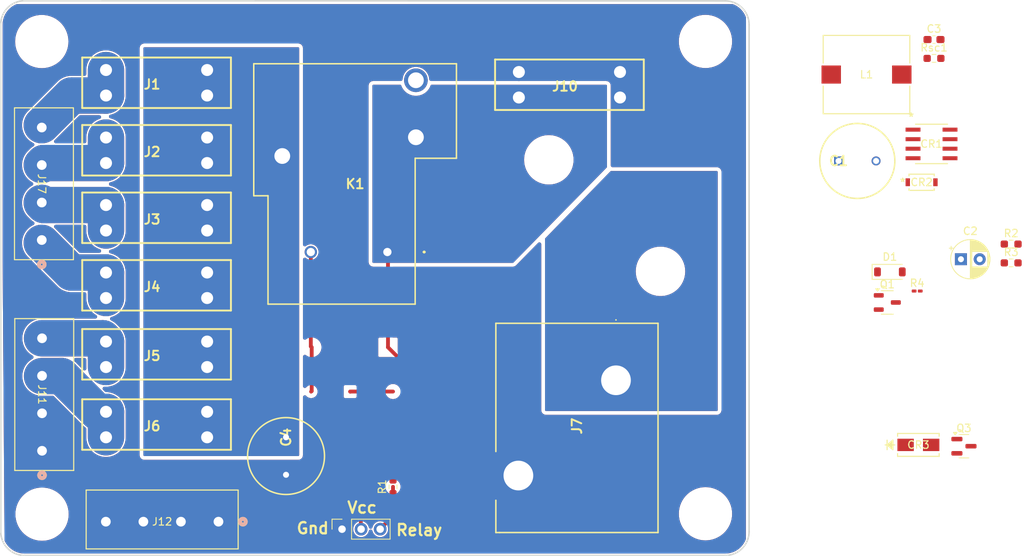
<source format=kicad_pcb>
(kicad_pcb (version 20241229) (generator "pcbnew") (generator_version "9.0")
  (layers (0 "F.Cu" signal) (2 "B.Cu" signal) (13 "F.Paste" user) (15 "B.Paste" user) (5 "F.SilkS" user "F.Silkscreen") (7 "B.SilkS" user "B.Silkscreen") (1 "F.Mask" user) (3 "B.Mask" user) (25 "Edge.Cuts" user))
  (net 0 "")
  (net 1 "Net-(J1-Pad1)")
  (net 2 "Net-(J17-Pad3)")
  (net 3 "Net-(J17-Pad2)")
  (net 4 "Net-(J17-Pad1)")
  (net 5 "Net-(J11-Pad4)")
  (net 6 "Net-(J11-Pad3)")
  (net 7 "GND")
  (net 9 "/50F")
  (net 10 "/50U")
  (net 11 "/50R")
  (net 12 "Net-(CR1-TC)")
  (net 13 "Net-(CR1-DRC)")
  (net 14 "Net-(CR1-SWE)")
  (net 16 "Net-(CR1-CII)")
  (net 17 "/5V")
  (net 18 "Net-(J9-Pin_3)")
  (net 19 "Net-(D1-A)")
  (net 20 "/5VReg/Vin")
  (net 21 "Net-(K1-COIL_2)")
  (net 22 "Net-(Q3-B)")
  (footprint "LEDController:3557-2" (layer "F.Cu") (at 66 116.865)
    (property "Reference" "J6" (at -0.597 0.218 0) (layer "F.SilkS") (effects (font (size 1.27 1.27) (thickness 0.254))))
    (property "Value" "3557-2" (hide yes))
    (pad "1" thru_hole circle (at -6.735 -1.7) (size 2.4 2.4) (drill 1.6) (layers "*.Cu" "*.Mask") (net 6 "Net-(J11-Pad3)"))
    (pad "2" thru_hole circle (at 6.735 -1.7) (size 2.4 2.4) (drill 1.6) (layers "*.Cu" "*.Mask") (net 11 "/50R"))
    (pad "3" thru_hole circle (at -6.735 1.7) (size 2.4 2.4) (drill 1.6) (layers "*.Cu" "*.Mask") (net 6 "Net-(J11-Pad3)"))
    (pad "4" thru_hole circle (at 6.735 1.7) (size 2.4 2.4) (drill 1.6) (layers "*.Cu" "*.Mask") (net 11 "/50R"))
  )
  (footprint "LEDController:CONN4_TB002-500_787x299_CUD" (layer "F.Cu") (at 74.245 129.815)
    (property "Reference" "J12" (at -7.5 0 0) (layer "F.SilkS"))
    (property "Value" "TB002-500-04BE")
    (pad "1" thru_hole circle (at 0 0) (size 1.8034 1.8034) (drill 1.2954) (layers "*.Cu" "*.Mask") (net 7 "GND"))
    (pad "2" thru_hole circle (at -5 0) (size 1.8034 1.8034) (drill 1.2954) (layers "*.Cu" "*.Mask") (net 7 "GND"))
    (pad "3" thru_hole circle (at -10 0) (size 1.8034 1.8034) (drill 1.2954) (layers "*.Cu" "*.Mask") (net 7 "GND"))
    (pad "4" thru_hole circle (at -15.000001 0) (size 1.8034 1.8034) (drill 1.2954) (layers "*.Cu" "*.Mask") (net 7 "GND"))
  )
  (footprint "Connector_PinSocket_2.54mm:PinSocket_1x03_P2.54mm_Vertical" (layer "F.Cu") (at 90.705 130.815 90)
    (property "Reference" "J9" (hide yes))
    (property "Value" "Conn_01x03_Pin" (hide yes))
    (pad "1" thru_hole rect (at 0 0 90) (size 1.7 1.7) (drill 1) (layers "*.Cu" "*.Mask") (net 17 "/5V"))
    (pad "2" thru_hole oval (at 0 2.54 90) (size 1.7 1.7) (drill 1) (layers "*.Cu" "*.Mask") (net 7 "GND"))
    (pad "3" thru_hole oval (at 0 5.08 90) (size 1.7 1.7) (drill 1) (layers "*.Cu" "*.Mask") (net 18 "Net-(J9-Pin_3)"))
  )
  (footprint "LEDController:0389690002" (layer "F.Cu") (at 127.195 110.965 -90)
    (property "Reference" "J7" (at 6.1 5.2 270) (layer "F.SilkS") (effects (font (size 1.27 1.27) (thickness 0.254))))
    (property "Value" "0389690002" (hide yes))
    (pad "1" thru_hole rect (at 0 0 270) (size 5.94 5.94) (drill 3.96) (layers "*.Cu" "*.Mask") (net 10 "/50U"))
    (pad "2" thru_hole circle (at 12.7 13 270) (size 5.94 5.94) (drill 3.96) (layers "*.Cu" "*.Mask") (net 7 "GND"))
  )
  (footprint "LEDController:3557-2" (layer "F.Cu") (at 66 80.3)
    (property "Reference" "J2" (at -0.597 0.218 0) (layer "F.SilkS") (effects (font (size 1.27 1.27) (thickness 0.254))))
    (property "Value" "3557-2" (hide yes))
    (pad "1" thru_hole circle (at -6.735 -1.7) (size 2.4 2.4) (drill 1.6) (layers "*.Cu" "*.Mask") (net 2 "Net-(J17-Pad3)"))
    (pad "2" thru_hole circle (at 6.735 -1.7) (size 2.4 2.4) (drill 1.6) (layers "*.Cu" "*.Mask") (net 11 "/50R"))
    (pad "3" thru_hole circle (at -6.735 1.7) (size 2.4 2.4) (drill 1.6) (layers "*.Cu" "*.Mask") (net 2 "Net-(J17-Pad3)"))
    (pad "4" thru_hole circle (at 6.735 1.7) (size 2.4 2.4) (drill 1.6) (layers "*.Cu" "*.Mask") (net 11 "/50R"))
  )
  (footprint "LEDController:CAPPRD500W60D1025H2200" (layer "F.Cu") (at 83.245 118.565 -90)
    (property "Reference" "C4" (at 0 0 270) (layer "F.SilkS") (effects (font (size 1.27 1.27) (thickness 0.254))))
    (property "Value" "UVR1E102MPD" (hide yes))
    (pad "1" thru_hole rect (at 0 0 270) (size 1.2 1.2) (drill 0.8) (layers "*.Cu" "*.Mask") (net 11 "/50R"))
    (pad "2" thru_hole circle (at 5 0 270) (size 1.2 1.2) (drill 0.8) (layers "*.Cu" "*.Mask") (net 7 "GND"))
  )
  (footprint "LEDController:IND_BOURNS_SDR1105" (layer "F.Cu") (at 160.5643 70.2052)
    (property "Reference" "L1" (at 0 0 0) (layer "F.SilkS"))
    (property "Value" "SDR1105-201KL")
    (pad "1" smd rect (at -4.699 0) (size 2.5908 2.413) (layers "F.Cu" "F.Mask" "F.Paste") (net 14 "Net-(CR1-SWE)"))
    (pad "2" smd rect (at 4.699 0) (size 2.5908 2.413) (layers "F.Cu" "F.Mask" "F.Paste") (net 17 "/5V"))
    (zone (net 0) (net_name "") (layer "F.Cu") (connect_pads (clearance 0)) (min_thickness 0.254)
      (keepout (tracks not_allowed) (vias not_allowed) (pads allowed) (copperpour not_allowed) (footprints allowed))
      (fill (thermal_gap 0.508) (thermal_bridge_width 0.508))
      (polygon (pts (xy 157.2115 65.1633) (xy 163.9171 65.1633) (xy 163.9171 75.2471) (xy 157.2115 75.2471)))
    )
  )
  (footprint "LEDController:3557-2" (layer "F.Cu") (at 66 107.5)
    (property "Reference" "J5" (at -0.597 0.218 0) (layer "F.SilkS") (effects (font (size 1.27 1.27) (thickness 0.254))))
    (property "Value" "3557-2" (hide yes))
    (pad "1" thru_hole circle (at -6.735 -1.7) (size 2.4 2.4) (drill 1.6) (layers "*.Cu" "*.Mask") (net 5 "Net-(J11-Pad4)"))
    (pad "2" thru_hole circle (at 6.735 -1.7) (size 2.4 2.4) (drill 1.6) (layers "*.Cu" "*.Mask") (net 11 "/50R"))
    (pad "3" thru_hole circle (at -6.735 1.7) (size 2.4 2.4) (drill 1.6) (layers "*.Cu" "*.Mask") (net 5 "Net-(J11-Pad4)"))
    (pad "4" thru_hole circle (at 6.735 1.7) (size 2.4 2.4) (drill 1.6) (layers "*.Cu" "*.Mask") (net 11 "/50R"))
  )
  (footprint "LEDController:CONN4_TB002-500_787x299_CUD" (layer "F.Cu") (at 50.7079 92.2666 -90)
    (property "Reference" "J17" (at -7.5 0 270) (layer "F.SilkS"))
    (property "Value" "TB002-500-04BE")
    (pad "1" thru_hole circle (at 0 0 270) (size 1.8034 1.8034) (drill 1.2954) (layers "*.Cu" "*.Mask") (net 4 "Net-(J17-Pad1)"))
    (pad "2" thru_hole circle (at -5 0 270) (size 1.8034 1.8034) (drill 1.2954) (layers "*.Cu" "*.Mask") (net 3 "Net-(J17-Pad2)"))
    (pad "3" thru_hole circle (at -10 0 270) (size 1.8034 1.8034) (drill 1.2954) (layers "*.Cu" "*.Mask") (net 2 "Net-(J17-Pad3)"))
    (pad "4" thru_hole circle (at -15.000001 0 270) (size 1.8034 1.8034) (drill 1.2954) (layers "*.Cu" "*.Mask") (net 1 "Net-(J1-Pad1)"))
  )
  (footprint "LEDController:CAPPRD500W60D1000H1350" (layer "F.Cu") (at 156.8397 81.7223)
    (property "Reference" "C1" (at 0 0 0) (layer "F.SilkS") (effects (font (size 1.27 1.27) (thickness 0.254))))
    (property "Value" "470uF" (hide yes))
    (pad "1" thru_hole rect (at 0 0) (size 1.2 1.2) (drill 0.8) (layers "*.Cu" "*.Mask") (net 17 "/5V"))
    (pad "2" thru_hole circle (at 5 0) (size 1.2 1.2) (drill 0.8) (layers "*.Cu" "*.Mask") (net 7 "GND"))
  )
  (footprint "Package_TO_SOT_SMD:SOT-23" (layer "F.Cu") (at 173.543 119.753)
    (property "Reference" "Q3" (at 0 -2.4 0) (layer "F.SilkS"))
    (property "Value" "MMBT2222A")
    (pad "1" smd roundrect (at -0.9375 -0.95) (size 1.475 0.6) (layers "F.Cu" "F.Mask" "F.Paste") (net 22 "Net-(Q3-B)"))
    (pad "2" smd roundrect (at -0.9375 0.95) (size 1.475 0.6) (layers "F.Cu" "F.Mask" "F.Paste") (net 7 "GND"))
    (pad "3" smd roundrect (at 0.9375 0) (size 1.475 0.6) (layers "F.Cu" "F.Mask" "F.Paste") (net 21 "Net-(K1-COIL_2)"))
  )
  (footprint "Resistor_SMD:R_0603_1608Metric_Pad0.98x0.95mm_HandSolder" (layer "F.Cu") (at 179.8325 95.315)
    (property "Reference" "R3" (at 0 -1.43 0) (layer "F.SilkS"))
    (property "Value" "1.2k")
    (pad "1" smd roundrect (at -0.9125 0) (size 0.975 0.95) (layers "F.Cu" "F.Mask" "F.Paste") (net 17 "/5V"))
    (pad "2" smd roundrect (at 0.9125 0) (size 0.975 0.95) (layers "F.Cu" "F.Mask" "F.Paste") (net 7 "GND"))
  )
  (footprint "LEDController:3557-2" (layer "F.Cu") (at 120.995 71.565)
    (property "Reference" "J10" (at -0.597 0.218 0) (layer "F.SilkS") (effects (font (size 1.27 1.27) (thickness 0.254))))
    (property "Value" "3557-2" (hide yes))
    (pad "1" thru_hole circle (at -6.735 -1.7) (size 2.4 2.4) (drill 1.6) (layers "*.Cu" "*.Mask") (net 9 "/50F"))
    (pad "2" thru_hole circle (at 6.735 -1.7) (size 2.4 2.4) (drill 1.6) (layers "*.Cu" "*.Mask") (net 10 "/50U"))
    (pad "3" thru_hole circle (at -6.735 1.7) (size 2.4 2.4) (drill 1.6) (layers "*.Cu" "*.Mask") (net 9 "/50F"))
    (pad "4" thru_hole circle (at 6.735 1.7) (size 2.4 2.4) (drill 1.6) (layers "*.Cu" "*.Mask") (net 10 "/50U"))
  )
  (footprint "LEDController:3557-2" (layer "F.Cu") (at 66 89.3)
    (property "Reference" "J3" (at -0.597 0.218 0) (layer "F.SilkS") (effects (font (size 1.27 1.27) (thickness 0.254))))
    (property "Value" "3557-2" (hide yes))
    (pad "1" thru_hole circle (at -6.735 -1.7) (size 2.4 2.4) (drill 1.6) (layers "*.Cu" "*.Mask") (net 3 "Net-(J17-Pad2)"))
    (pad "2" thru_hole circle (at 6.735 -1.7) (size 2.4 2.4) (drill 1.6) (layers "*.Cu" "*.Mask") (net 11 "/50R"))
    (pad "3" thru_hole circle (at -6.735 1.7) (size 2.4 2.4) (drill 1.6) (layers "*.Cu" "*.Mask") (net 3 "Net-(J17-Pad2)"))
    (pad "4" thru_hole circle (at 6.735 1.7) (size 2.4 2.4) (drill 1.6) (layers "*.Cu" "*.Mask") (net 11 "/50R"))
  )
  (footprint "LEDController:3557-2" (layer "F.Cu") (at 66 71.3)
    (property "Reference" "J1" (at -0.597 0.218 0) (layer "F.SilkS") (effects (font (size 1.27 1.27) (thickness 0.254))))
    (property "Value" "3557-2" (hide yes))
    (pad "1" thru_hole circle (at -6.735 -1.7) (size 2.4 2.4) (drill 1.6) (layers "*.Cu" "*.Mask") (net 1 "Net-(J1-Pad1)"))
    (pad "2" thru_hole circle (at 6.735 -1.7) (size 2.4 2.4) (drill 1.6) (layers "*.Cu" "*.Mask") (net 11 "/50R"))
    (pad "3" thru_hole circle (at -6.735 1.7) (size 2.4 2.4) (drill 1.6) (layers "*.Cu" "*.Mask") (net 1 "Net-(J1-Pad1)"))
    (pad "4" thru_hole circle (at 6.735 1.7) (size 2.4 2.4) (drill 1.6) (layers "*.Cu" "*.Mask") (net 11 "/50R"))
  )
  (footprint "LEDController:3557-2" (layer "F.Cu") (at 66 98.3)
    (property "Reference" "J4" (at -0.597 0.218 0) (layer "F.SilkS") (effects (font (size 1.27 1.27) (thickness 0.254))))
    (property "Value" "3557-2" (hide yes))
    (pad "1" thru_hole circle (at -6.735 -1.7) (size 2.4 2.4) (drill 1.6) (layers "*.Cu" "*.Mask") (net 4 "Net-(J17-Pad1)"))
    (pad "2" thru_hole circle (at 6.735 -1.7) (size 2.4 2.4) (drill 1.6) (layers "*.Cu" "*.Mask") (net 11 "/50R"))
    (pad "3" thru_hole circle (at -6.735 1.7) (size 2.4 2.4) (drill 1.6) (layers "*.Cu" "*.Mask") (net 4 "Net-(J17-Pad1)"))
    (pad "4" thru_hole circle (at 6.735 1.7) (size 2.4 2.4) (drill 1.6) (layers "*.Cu" "*.Mask") (net 11 "/50R"))
  )
  (footprint "LEDController:SOD-123FL_MCC" (layer "F.Cu") (at 167.9035 84.565)
    (property "Reference" "CR2" (at 0 0 0) (layer "F.SilkS"))
    (property "Value" "SMD110PL-TP")
    (fp_text user "*" (at -2.5146 0 0) (layer "F.SilkS"))
    (fp_text user "*" (at -2.5146 0 0) (layer "F.SilkS"))
    (pad "1" smd rect (at -1.8415 0) (size 0.5842 1.0414) (layers "F.Cu" "F.Mask" "F.Paste") (net 14 "Net-(CR1-SWE)"))
    (pad "2" smd rect (at 1.8415 0) (size 0.5842 1.0414) (layers "F.Cu" "F.Mask" "F.Paste") (net 7 "GND"))
    (zone (net 0) (net_name "") (layer "F.Cu") (connect_pads (clearance 0)) (min_thickness 0.254)
      (keepout (tracks not_allowed) (vias not_allowed) (pads allowed) (copperpour not_allowed) (footprints allowed))
      (fill (thermal_gap 0.508) (thermal_bridge_width 0.508))
      (polygon (pts (xy 166.4049 83.6633) (xy 169.4021 83.6633) (xy 169.4021 85.4667) (xy 166.4049 85.4667)))
    )
  )
  (footprint "Package_TO_SOT_SMD:SOT-23-3" (layer "F.Cu") (at 163.3325 100.59)
    (property "Reference" "Q1" (at 0 -2.4 0) (layer "F.SilkS"))
    (property "Value" "DMP3099L")
    (pad "1" smd roundrect (at -1.1375 -0.95) (size 1.325 0.6) (layers "F.Cu" "F.Mask" "F.Paste") (net 19 "Net-(D1-A)"))
    (pad "2" smd roundrect (at -1.1375 0.95) (size 1.325 0.6) (layers "F.Cu" "F.Mask" "F.Paste") (net 20 "/5VReg/Vin"))
    (pad "3" smd roundrect (at 1.1375 0) (size 1.325 0.6) (layers "F.Cu" "F.Mask" "F.Paste") (net 9 "/50F"))
  )
  (footprint "LEDController:DIODE_DO214AC" (layer "F.Cu") (at 167.4738 119.5802)
    (property "Reference" "CR3" (at 0 0 0) (layer "F.SilkS"))
    (property "Value" "S1G-E3/61T")
    (pad "1" smd rect (at -1.7018 0 90) (size 1.651 2.1844) (layers "F.Cu" "F.Mask" "F.Paste") (net 17 "/5V"))
    (pad "2" smd rect (at 1.7018 0 90) (size 1.651 2.1844) (layers "F.Cu" "F.Mask" "F.Paste") (net 21 "Net-(K1-COIL_2)"))
    (zone (net 0) (net_name "") (layer "F.Cu") (connect_pads (clearance 0)) (min_thickness 0.254)
      (keepout (tracks not_allowed) (vias not_allowed) (pads allowed) (copperpour not_allowed) (footprints allowed))
      (fill (thermal_gap 0.508) (thermal_bridge_width 0.508))
      (polygon (pts (xy 164.883 118.234) (xy 170.0646 118.234) (xy 170.0646 118.7039) (xy 164.883 118.7039)))
    )
    (zone (net 0) (net_name "") (layer "F.Cu") (connect_pads (clearance 0)) (min_thickness 0.254)
      (keepout (tracks not_allowed) (vias not_allowed) (pads allowed) (copperpour not_allowed) (footprints allowed))
      (fill (thermal_gap 0.508) (thermal_bridge_width 0.508))
      (polygon (pts (xy 164.883 120.4565) (xy 170.0646 120.4565) (xy 170.0646 120.9264) (xy 164.883 120.9264)))
    )
    (zone (net 0) (net_name "") (layer "F.Cu") (connect_pads (clearance 0)) (min_thickness 0.254)
      (keepout (tracks not_allowed) (vias not_allowed) (pads allowed) (copperpour not_allowed) (footprints allowed))
      (fill (thermal_gap 0.508) (thermal_bridge_width 0.508))
      (polygon (pts (xy 166.915 118.7039) (xy 168.0326 118.7039) (xy 168.0326 120.4565) (xy 166.915 120.4565)))
    )
  )
  (footprint "Resistor_SMD:R_0603_1608Metric_Pad0.98x0.95mm_HandSolder" (layer "F.Cu") (at 179.8325 92.805)
    (property "Reference" "R2" (at 0 -1.43 0) (layer "F.SilkS"))
    (property "Value" "3.6k")
    (pad "1" smd roundrect (at -0.9125 0) (size 0.975 0.95) (layers "F.Cu" "F.Mask" "F.Paste") (net 16 "Net-(CR1-CII)"))
    (pad "2" smd roundrect (at 0.9125 0) (size 0.975 0.95) (layers "F.Cu" "F.Mask" "F.Paste") (net 17 "/5V"))
  )
  (footprint "Capacitor_THT:CP_Radial_D5.0mm_P2.50mm" (layer "F.Cu") (at 173.142275 94.825)
    (property "Reference" "C2" (at 1.25 -3.75 0) (layer "F.SilkS"))
    (property "Value" "100uF")
    (pad "1" thru_hole rect (at 0 0) (size 1.6 1.6) (drill 0.8) (layers "*.Cu" "*.Mask") (net 20 "/5VReg/Vin"))
    (pad "2" thru_hole circle (at 2.5 0) (size 1.6 1.6) (drill 0.8) (layers "*.Cu" "*.Mask") (net 7 "GND"))
  )
  (footprint "Capacitor_SMD:C_0603_1608Metric_Pad1.08x0.95mm_HandSolder" (layer "F.Cu") (at 169.5547 65.5373)
    (property "Reference" "C3" (at 0 -1.43 0) (layer "F.SilkS"))
    (property "Value" "470pF")
    (pad "1" smd roundrect (at -0.8625 0) (size 1.075 0.95) (layers "F.Cu" "F.Mask" "F.Paste") (net 12 "Net-(CR1-TC)"))
    (pad "2" smd roundrect (at 0.8625 0) (size 1.075 0.95) (layers "F.Cu" "F.Mask" "F.Paste") (net 7 "GND"))
  )
  (footprint "Resistor_SMD:R_0201_0603Metric_Pad0.64x0.40mm_HandSolder" (layer "F.Cu") (at 167.3125 99.065)
    (property "Reference" "R4" (at 0 -1.05 0) (layer "F.SilkS"))
    (property "Value" "R470")
    (pad "1" smd roundrect (at -0.4075 0) (size 0.635 0.4) (layers "F.Cu" "F.Mask") (net 19 "Net-(D1-A)"))
    (pad "2" smd roundrect (at 0.4075 0) (size 0.635 0.4) (layers "F.Cu" "F.Mask") (net 7 "GND"))
  )
  (footprint "LEDController:SO-8_STM" (layer "F.Cu") (at 169.2243 79.4544)
    (property "Reference" "CR1" (at 0 0 0) (layer "F.SilkS"))
    (property "Value" "MC34063ABD-TR")
    (fp_text user "*" (at -2.7178 -3.5814 0) (layer "F.SilkS"))
    (fp_text user "*" (at -2.7178 -3.5814 0) (layer "F.SilkS"))
    (pad "1" smd rect (at -2.4638 -1.905) (size 1.9812 0.5334) (layers "F.Cu" "F.Mask" "F.Paste") (net 13 "Net-(CR1-DRC)"))
    (pad "2" smd rect (at -2.4638 -0.635) (size 1.9812 0.5334) (layers "F.Cu" "F.Mask" "F.Paste") (net 14 "Net-(CR1-SWE)"))
    (pad "3" smd rect (at -2.4638 0.635) (size 1.9812 0.5334) (layers "F.Cu" "F.Mask" "F.Paste") (net 12 "Net-(CR1-TC)"))
    (pad "4" smd rect (at -2.4638 1.905) (size 1.9812 0.5334) (layers "F.Cu" "F.Mask" "F.Paste") (net 7 "GND"))
    (pad "5" smd rect (at 2.4638 1.905) (size 1.9812 0.5334) (layers "F.Cu" "F.Mask" "F.Paste") (net 16 "Net-(CR1-CII)"))
    (pad "6" smd rect (at 2.4638 0.635) (size 1.9812 0.5334) (layers "F.Cu" "F.Mask" "F.Paste"))
    (pad "7" smd rect (at 2.4638 -0.635) (size 1.9812 0.5334) (layers "F.Cu" "F.Mask" "F.Paste") (net 13 "Net-(CR1-DRC)"))
    (pad "8" smd rect (at 2.4638 -1.905) (size 1.9812 0.5334) (layers "F.Cu" "F.Mask" "F.Paste") (net 13 "Net-(CR1-DRC)"))
  )
  (footprint "LEDController:CONN4_TB002-500_787x299_CUD" (layer "F.Cu") (at 50.745 120.365 -90)
    (property "Reference" "J11" (at -7.5 0 270) (layer "F.SilkS"))
    (property "Value" "TB002-500-04BE")
    (pad "1" thru_hole circle (at 0 0 270) (size 1.8034 1.8034) (drill 1.2954) (layers "*.Cu" "*.Mask") (net 7 "GND"))
    (pad "2" thru_hole circle (at -5 0 270) (size 1.8034 1.8034) (drill 1.2954) (layers "*.Cu" "*.Mask") (net 7 "GND"))
    (pad "3" thru_hole circle (at -10 0 270) (size 1.8034 1.8034) (drill 1.2954) (layers "*.Cu" "*.Mask") (net 6 "Net-(J11-Pad3)"))
    (pad "4" thru_hole circle (at -15.000001 0 270) (size 1.8034 1.8034) (drill 1.2954) (layers "*.Cu" "*.Mask") (net 5 "Net-(J11-Pad4)"))
  )
  (footprint "Resistor_SMD:R_0603_1608Metric_Pad0.98x0.95mm_HandSolder" (layer "F.Cu") (at 169.5547 68.0473)
    (property "Reference" "Rsc1" (at 0 -1.43 0) (layer "F.SilkS"))
    (property "Value" ".33")
    (pad "1" smd roundrect (at -0.9125 0) (size 0.975 0.95) (layers "F.Cu" "F.Mask" "F.Paste") (net 20 "/5VReg/Vin"))
    (pad "2" smd roundrect (at 0.9125 0) (size 0.975 0.95) (layers "F.Cu" "F.Mask" "F.Paste") (net 13 "Net-(CR1-DRC)"))
  )
  (footprint "Diode_SMD:D_SOD-123" (layer "F.Cu") (at 163.6775 96.515)
    (property "Reference" "D1" (at 0 -2 0) (layer "F.SilkS"))
    (property "Value" "D_Zener")
    (pad "1" smd roundrect (at -1.65 0) (size 0.9 1.2) (layers "F.Cu" "F.Mask" "F.Paste") (net 20 "/5VReg/Vin"))
    (pad "2" smd roundrect (at 1.65 0) (size 0.9 1.2) (layers "F.Cu" "F.Mask" "F.Paste") (net 19 "Net-(D1-A)"))
  )
  (footprint "Resistor_SMD:R_0603_1608Metric_Pad0.98x0.95mm_HandSolder" (layer "F.Cu") (at 97.495 125.165 90)
    (property "Reference" "R1" (at 0 -1.43 90) (layer "F.SilkS"))
    (property "Value" "1K")
    (pad "1" smd roundrect (at -0.9125 0 90) (size 0.975 0.95) (layers "F.Cu" "F.Mask" "F.Paste") (net 18 "Net-(J9-Pin_3)"))
    (pad "2" smd roundrect (at 0.9125 0 90) (size 0.975 0.95) (layers "F.Cu" "F.Mask" "F.Paste") (net 22 "Net-(Q3-B)"))
  )
  (footprint "LEDController:J115F11CH5VDCS615U" (layer "F.Cu") (at 96.745 93.865)
    (property "Reference" "K1" (at -4.3 -9.075 0) (layer "F.SilkS") (effects (font (size 1.27 1.27) (thickness 0.254))))
    (property "Value" "J115F11CH5VDCS61.5U" (hide yes))
    (pad "1" thru_hole rect (at 0 0) (size 1.65 1.65) (drill 1.1) (layers "*.Cu" "*.Mask") (net 17 "/5V"))
    (pad "2" thru_hole circle (at -10.2 0) (size 1.65 1.65) (drill 1.1) (layers "*.Cu" "*.Mask") (net 21 "Net-(K1-COIL_2)"))
    (pad "3" thru_hole circle (at -14 -12.8) (size 3.15 3.15) (drill 2.1) (layers "*.Cu" "*.Mask") (net 11 "/50R"))
    (pad "4" thru_hole circle (at 3.8 -22.9) (size 3.15 3.15) (drill 2.1) (layers "*.Cu" "*.Mask"))
    (pad "5" thru_hole circle (at 3.8 -15.3) (size 3.15 3.15) (drill 2.1) (layers "*.Cu" "*.Mask") (net 9 "/50F"))
  )
  (gr_arc (start 45.245 63.54) (mid 46.174936 61.294936) (end 48.42 60.365) (stroke (width 0.2)) (layer "Edge.Cuts"))
  (gr_arc (start 141.749936 60.385064) (mid 143.995 61.315) (end 144.924936 63.560064) (stroke (width 0.2)) (layer "Edge.Cuts"))
  (gr_line (start 45.245 131.14) (end 45.245 63.54) (stroke (width 0.2)) (layer "Edge.Cuts"))
  (gr_line (start 48.42 60.365) (end 141.749936 60.385064) (stroke (width 0.2)) (layer "Edge.Cuts"))
  (gr_line (start 141.749936 134.315) (end 48.42 134.315) (stroke (width 0.2)) (layer "Edge.Cuts"))
  (gr_arc (start 48.42 134.315) (mid 46.174936 133.385064) (end 45.245 131.14) (stroke (width 0.2)) (layer "Edge.Cuts"))
  (gr_arc (start 144.924936 131.14) (mid 143.995 133.385064) (end 141.749936 134.315) (stroke (width 0.2)) (layer "Edge.Cuts"))
  (gr_line (start 144.924936 63.560064) (end 144.924936 131.14) (stroke (width 0.2)) (layer "Edge.Cuts"))
  (gr_text "Relay" (at 97.745 131.815 0) (layer "F.SilkS") (effects (font (size 1.5 1.5) (thickness 0.3) (bold yes)) (justify left bottom)))
  (gr_text "Gnd" (at 84.495 131.565 0) (layer "F.SilkS") (effects (font (size 1.5 1.5) (thickness 0.3) (bold yes)) (justify left bottom)))
  (gr_text "Vcc" (at 91.245 128.815 0) (layer "F.SilkS") (effects (font (size 1.5 1.5) (thickness 0.3) (bold yes)) (justify left bottom)))
  (segment (start 97.495 112.465) (end 91.798 112.465) (width 0.508) (layer "F.Cu") (net 0))
  (segment (start 91.798 112.465) (end 91.78445 112.47855) (width 0.508) (layer "F.Cu") (net 0))
  (segment (start 59.265 73) (end 54.666 73) (width 4.8387) (layer "F.Cu") (net 1))
  (segment (start 54.666 73) (end 50.7079 76.9581) (width 4.8387) (layer "F.Cu") (net 1))
  (segment (start 59.265 69.6) (end 59.265 73) (width 4.8387) (layer "F.Cu") (net 1))
  (segment (start 54.666 73) (end 50.7079 76.9581) (width 4.8387) (layer "B.Cu") (net 1))
  (segment (start 59.265 69.6) (end 59.265 73) (width 4.8387) (layer "B.Cu") (net 1))
  (segment (start 59.265 73) (end 54.666 73) (width 4.8387) (layer "B.Cu") (net 1))
  (segment (start 59.265 78.6) (end 59.265 82) (width 4.8387) (layer "F.Cu") (net 2))
  (segment (start 59.265 82) (end 50.9745 82) (width 4.8387) (layer "F.Cu") (net 2))
  (segment (start 50.9745 82) (end 50.7079 82.2666) (width 4.8387) (layer "F.Cu") (net 2))
  (segment (start 59.265 82) (end 50.9745 82) (width 4.8387) (layer "B.Cu") (net 2))
  (segment (start 50.9745 82) (end 50.7079 82.2666) (width 4.8387) (layer "B.Cu") (net 2))
  (segment (start 59.265 78.6) (end 59.265 82) (width 4.8387) (layer "B.Cu") (net 2))
  (segment (start 59.265 91) (end 59.265 87.6) (width 4.8387) (layer "F.Cu") (net 3))
  (segment (start 59.265 87.6) (end 50.9994 87.6) (width 4.8387) (layer "F.Cu") (net 3))
  (segment (start 50.9994 87.6) (end 50.7079 87.3085) (width 4.8387) (layer "F.Cu") (net 3))
  (segment (start 59.265 91) (end 59.265 87.6) (width 4.8387) (layer "B.Cu") (net 3))
  (segment (start 50.9994 87.6) (end 50.7079 87.3085) (width 4.8387) (layer "B.Cu") (net 3))
  (segment (start 59.265 87.6) (end 50.9994 87.6) (width 4.8387) (layer "B.Cu") (net 3))
  (segment (start 54.666 96.6) (end 50.7079 92.6419) (width 4.8387) (layer "F.Cu") (net 4))
  (segment (start 59.265 96.6) (end 54.666 96.6) (width 4.8387) (layer "F.Cu") (net 4))
  (segment (start 59.265 100) (end 59.265 96.6) (width 4.8387) (layer "F.Cu") (net 4))
  (segment (start 59.265 96.6) (end 54.666 96.6) (width 4.8387) (layer "B.Cu") (net 4))
  (segment (start 54.666 96.6) (end 50.7079 92.6419) (width 4.8387) (layer "B.Cu") (net 4))
  (segment (start 59.265 100) (end 59.265 96.6) (width 4.8387) (layer "B.Cu") (net 4))
  (segment (start 58.829999 105.364999) (end 50.745 105.364999) (width 4.8387) (layer "F.Cu") (net 5))
  (segment (start 59.265 105.8) (end 59.265 109.2) (width 4.8387) (layer "F.Cu") (net 5))
  (segment (start 59.265 105.8) (end 58.829999 105.364999) (width 4.8387) (layer "F.Cu") (net 5))
  (segment (start 59.265 105.8) (end 59.265 109.2) (width 4.8387) (layer "B.Cu") (net 5))
  (segment (start 58.829999 105.364999) (end 50.745 105.364999) (width 4.8387) (layer "B.Cu") (net 5))
  (segment (start 59.265 105.8) (end 58.829999 105.364999) (width 4.8387) (layer "B.Cu") (net 5))
  (segment (start 53.341576 110.406899) (end 50.745 110.406899) (width 4.8387) (layer "F.Cu") (net 6))
  (segment (start 59.265 118.565) (end 59.265 115.165) (width 4.8387) (layer "F.Cu") (net 6))
  (segment (start 58.099677 115.165) (end 53.341576 110.406899) (width 4.8387) (layer "F.Cu") (net 6))
  (segment (start 59.265 115.165) (end 58.099677 115.165) (width 4.8387) (layer "F.Cu") (net 6))
  (segment (start 59.265 115.165) (end 58.099677 115.165) (width 4.8387) (layer "B.Cu") (net 6))
  (segment (start 58.099677 115.165) (end 53.341576 110.406899) (width 4.8387) (layer "B.Cu") (net 6))
  (segment (start 59.265 118.565) (end 59.265 115.165) (width 4.8387) (layer "B.Cu") (net 6))
  (segment (start 53.341576 110.406899) (end 50.745 110.406899) (width 4.8387) (layer "B.Cu") (net 6))
  (segment (start 96.825 106.565) (end 96.825 93.945) (width 0.508) (layer "F.Cu") (net 9))
  (segment (start 96.825 106.565) (end 99.245 108.985) (width 0.508) (layer "F.Cu") (net 9))
  (segment (start 99.245 108.985) (end 99.245 120.815) (width 0.508) (layer "F.Cu") (net 9))
  (segment (start 96.825 93.945) (end 96.745 93.865) (width 0.508) (layer "F.Cu") (net 9))
  (segment (start 93.205 126.855) (end 93.205 130.815) (width 0.508) (layer "F.Cu") (net 9))
  (segment (start 99.245 120.815) (end 93.205 126.855) (width 0.508) (layer "F.Cu") (net 9))
  (segment (start 97.495 129.065) (end 95.745 130.815) (width 0.508) (layer "F.Cu") (net 18))
  (segment (start 97.495 125.165) (end 97.495 129.065) (width 0.508) (layer "F.Cu") (net 18))
  (segment (start 86.665 112.398) (end 86.58445 112.47855) (width 0.508) (layer "F.Cu") (net 21))
  (segment (start 86.665 106.565) (end 86.665 112.398) (width 0.508) (layer "F.Cu") (net 21))
  (segment (start 86.545 106.445) (end 86.665 106.565) (width 0.508) (layer "F.Cu") (net 21))
  (segment (start 86.545 93.865) (end 86.545 106.445) (width 0.508) (layer "F.Cu") (net 21))
  (zone (net 0) (net_name "") (layers "F.Cu" "B.Cu") (name "drill") (connect_pads yes (clearance 0)) (min_thickness 0.5)
    (keepout (tracks not_allowed) (vias not_allowed) (pads not_allowed) (copperpour not_allowed) (footprints allowed))
    (fill (thermal_gap 0.5) (thermal_bridge_width 0.5))
    (polygon (pts (xy 54.264465 65.803745) (xy 54.245 65.432338) (xy 54.18682 65.065) (xy 54.090561 64.705756) (xy 53.957277 64.358541) (xy 53.788431 64.027161) (xy 53.58587 63.715245) (xy 53.351815 63.426212) (xy 53.08883 63.163227) (xy 52.799797 62.929172) (xy 52.487881 62.726611) (xy 52.156501 62.557765) (xy 51.809286 62.424481) (xy 51.450042 62.328222) (xy 51.082704 62.270042) (xy 50.711297 62.250577) (xy 50.33989 62.270042) (xy 49.972552 62.328222) (xy 49.613308 62.424481) (xy 49.266093 62.557765) (xy 48.934713 62.726611) (xy 48.622797 62.929172) (xy 48.333764 63.163227) (xy 48.070779 63.426212) (xy 47.836724 63.715245) (xy 47.634163 64.027161) (xy 47.465317 64.358541) (xy 47.332033 64.705756) (xy 47.235774 65.065) (xy 47.177594 65.432338) (xy 47.158129 65.803745) (xy 47.177594 66.175152) (xy 47.235774 66.54249) (xy 47.332033 66.901734) (xy 47.465317 67.248949) (xy 47.634163 67.580329) (xy 47.836724 67.892245) (xy 48.070779 68.181278) (xy 48.333764 68.444263) (xy 48.622797 68.678318) (xy 48.934713 68.880879) (xy 49.266093 69.049725) (xy 49.613308 69.183009) (xy 49.972552 69.279268) (xy 50.33989 69.337448) (xy 50.711297 69.356913) (xy 51.082704 69.337448) (xy 51.450042 69.279268) (xy 51.809286 69.183009) (xy 52.156501 69.049725) (xy 52.487881 68.880879) (xy 52.799797 68.678318) (xy 53.08883 68.444263) (xy 53.351815 68.181278) (xy 53.58587 67.892245) (xy 53.788431 67.580329) (xy 53.957277 67.248949) (xy 54.090561 66.901734) (xy 54.18682 66.54249) (xy 54.245 66.175152)))
  )
  (zone (net 10) (net_name "/50U") (layers "F.Cu" "B.Cu") (priority 2) (connect_pads yes (clearance 0.5)) (min_thickness 0.25) (fill yes (thermal_gap 0.5) (thermal_bridge_width 0.5))
    (polygon (pts (xy 126.495 83.065) (xy 117.745 92.065) (xy 117.745 115.065) (xy 140.745 115.065) (xy 140.745 83.065)))
  )
  (zone (net 0) (net_name "") (layers "F.Cu" "B.Cu") (name "drill") (connect_pads yes (clearance 0)) (min_thickness 0.5)
    (keepout (tracks not_allowed) (vias not_allowed) (pads not_allowed) (copperpour not_allowed) (footprints allowed))
    (fill (thermal_gap 0.5) (thermal_bridge_width 0.5))
    (polygon (pts (xy 54.298168 128.815) (xy 54.278703 128.443593) (xy 54.220523 128.076255) (xy 54.124264 127.717011) (xy 53.99098 127.369796) (xy 53.822134 127.038416) (xy 53.619573 126.7265) (xy 53.385518 126.437467) (xy 53.122533 126.174482) (xy 52.8335 125.940427) (xy 52.521584 125.737866) (xy 52.190204 125.56902) (xy 51.842989 125.435736) (xy 51.483745 125.339477) (xy 51.116407 125.281297) (xy 50.745 125.261832) (xy 50.373593 125.281297) (xy 50.006255 125.339477) (xy 49.647011 125.435736) (xy 49.299796 125.56902) (xy 48.968416 125.737866) (xy 48.6565 125.940427) (xy 48.367467 126.174482) (xy 48.104482 126.437467) (xy 47.870427 126.7265) (xy 47.667866 127.038416) (xy 47.49902 127.369796) (xy 47.365736 127.717011) (xy 47.269477 128.076255) (xy 47.211297 128.443593) (xy 47.191832 128.815) (xy 47.211297 129.186407) (xy 47.269477 129.553745) (xy 47.365736 129.912989) (xy 47.49902 130.260204) (xy 47.667866 130.591584) (xy 47.870427 130.9035) (xy 48.104482 131.192533) (xy 48.367467 131.455518) (xy 48.6565 131.689573) (xy 48.968416 131.892134) (xy 49.299796 132.06098) (xy 49.647011 132.194264) (xy 50.006255 132.290523) (xy 50.373593 132.348703) (xy 50.745 132.368168) (xy 51.116407 132.348703) (xy 51.483745 132.290523) (xy 51.842989 132.194264) (xy 52.190204 132.06098) (xy 52.521584 131.892134) (xy 52.8335 131.689573) (xy 53.122533 131.455518) (xy 53.385518 131.192533) (xy 53.619573 130.9035) (xy 53.822134 130.591584) (xy 53.99098 130.260204) (xy 54.124264 129.912989) (xy 54.220523 129.553745) (xy 54.278703 129.186407)))
  )
  (zone (net 9) (net_name "/50F") (layers "F.Cu" "B.Cu") (priority 2) (connect_pads yes (clearance 0.5)) (min_thickness 0.25) (fill yes (thermal_gap 0.5) (thermal_bridge_width 0.5))
    (polygon (pts (xy 120.995 71.565) (xy 94.745 71.565) (xy 94.745 95.315) (xy 113.495 95.315) (xy 125.995 82.565) (xy 125.995 71.565)))
  )
  (zone (net 0) (net_name "") (layers "F.Cu" "B.Cu") (name "drill") (connect_pads yes (clearance 0)) (min_thickness 0.5)
    (keepout (tracks not_allowed) (vias not_allowed) (pads not_allowed) (copperpour not_allowed) (footprints allowed))
    (fill (thermal_gap 0.5) (thermal_bridge_width 0.5))
    (polygon (pts (xy 142.668904 65.789914) (xy 142.649439 65.418507) (xy 142.591259 65.051169) (xy 142.495 64.691925) (xy 142.361716 64.34471) (xy 142.19287 64.01333) (xy 141.990309 63.701414) (xy 141.756254 63.412381) (xy 141.493269 63.149396) (xy 141.204236 62.915341) (xy 140.89232 62.71278) (xy 140.56094 62.543934) (xy 140.213725 62.41065) (xy 139.854481 62.314391) (xy 139.487143 62.256211) (xy 139.115736 62.236746) (xy 138.744329 62.256211) (xy 138.376991 62.314391) (xy 138.017747 62.41065) (xy 137.670532 62.543934) (xy 137.339152 62.71278) (xy 137.027236 62.915341) (xy 136.738203 63.149396) (xy 136.475218 63.412381) (xy 136.241163 63.701414) (xy 136.038602 64.01333) (xy 135.869756 64.34471) (xy 135.736472 64.691925) (xy 135.640213 65.051169) (xy 135.582033 65.418507) (xy 135.562568 65.789914) (xy 135.582033 66.161321) (xy 135.640213 66.528659) (xy 135.736472 66.887903) (xy 135.869756 67.235118) (xy 136.038602 67.566498) (xy 136.241163 67.878414) (xy 136.475218 68.167447) (xy 136.738203 68.430432) (xy 137.027236 68.664487) (xy 137.339152 68.867048) (xy 137.670532 69.035894) (xy 138.017747 69.169178) (xy 138.376991 69.265437) (xy 138.744329 69.323617) (xy 139.115736 69.343082) (xy 139.487143 69.323617) (xy 139.854481 69.265437) (xy 140.213725 69.169178) (xy 140.56094 69.035894) (xy 140.89232 68.867048) (xy 141.204236 68.664487) (xy 141.493269 68.430432) (xy 141.756254 68.167447) (xy 141.990309 67.878414) (xy 142.19287 67.566498) (xy 142.361716 67.235118) (xy 142.495 66.887903) (xy 142.591259 66.528659) (xy 142.649439 66.161321)))
  )
  (zone (net 0) (net_name "") (layers "F.Cu" "B.Cu") (name "drill") (connect_pads yes (clearance 0)) (min_thickness 0.5)
    (keepout (tracks not_allowed) (vias not_allowed) (pads not_allowed) (copperpour not_allowed) (footprints allowed))
    (fill (thermal_gap 0.5) (thermal_bridge_width 0.5))
    (polygon (pts (xy 142.668904 128.760204) (xy 142.649439 128.388797) (xy 142.591259 128.021459) (xy 142.495 127.662215) (xy 142.361716 127.315) (xy 142.19287 126.98362) (xy 141.990309 126.671704) (xy 141.756254 126.382671) (xy 141.493269 126.119686) (xy 141.204236 125.885631) (xy 140.89232 125.68307) (xy 140.56094 125.514224) (xy 140.213725 125.38094) (xy 139.854481 125.284681) (xy 139.487143 125.226501) (xy 139.115736 125.207036) (xy 138.744329 125.226501) (xy 138.376991 125.284681) (xy 138.017747 125.38094) (xy 137.670532 125.514224) (xy 137.339152 125.68307) (xy 137.027236 125.885631) (xy 136.738203 126.119686) (xy 136.475218 126.382671) (xy 136.241163 126.671704) (xy 136.038602 126.98362) (xy 135.869756 127.315) (xy 135.736472 127.662215) (xy 135.640213 128.021459) (xy 135.582033 128.388797) (xy 135.562568 128.760204) (xy 135.582033 129.131611) (xy 135.640213 129.498949) (xy 135.736472 129.858193) (xy 135.869756 130.205408) (xy 136.038602 130.536788) (xy 136.241163 130.848704) (xy 136.475218 131.137737) (xy 136.738203 131.400722) (xy 137.027236 131.634777) (xy 137.339152 131.837338) (xy 137.670532 132.006184) (xy 138.017747 132.139468) (xy 138.376991 132.235727) (xy 138.744329 132.293907) (xy 139.115736 132.313372) (xy 139.487143 132.293907) (xy 139.854481 132.235727) (xy 140.213725 132.139468) (xy 140.56094 132.006184) (xy 140.89232 131.837338) (xy 141.204236 131.634777) (xy 141.493269 131.400722) (xy 141.756254 131.137737) (xy 141.990309 130.848704) (xy 142.19287 130.536788) (xy 142.361716 130.205408) (xy 142.495 129.858193) (xy 142.591259 129.498949) (xy 142.649439 129.131611)))
  )
  (zone (net 7) (net_name "GND") (layers "F.Cu" "B.Cu") (priority 1) (connect_pads yes (clearance 0.2)) (min_thickness 0.5) (fill yes (thermal_gap 0.5) (thermal_bridge_width 0.5) (smoothing fillet) (radius 3.175) (island_removal_mode 1) (island_area_min 9.999999))
    (polygon (pts (xy 144.512062 60.814089) (xy 45.262062 60.814089) (xy 45.762062 134.064089) (xy 144.495 134.064089)))
  )
  (zone (net 11) (net_name "/50R") (layers "F.Cu" "B.Cu") (priority 2) (connect_pads yes (clearance 0.5)) (min_thickness 0.25) (fill yes (thermal_gap 0.5) (thermal_bridge_width 0.5))
    (polygon (pts (xy 64.245 66.565) (xy 64.245 121.065) (xy 84.995 121.065) (xy 84.995 66.565)))
  )
)
</source>
